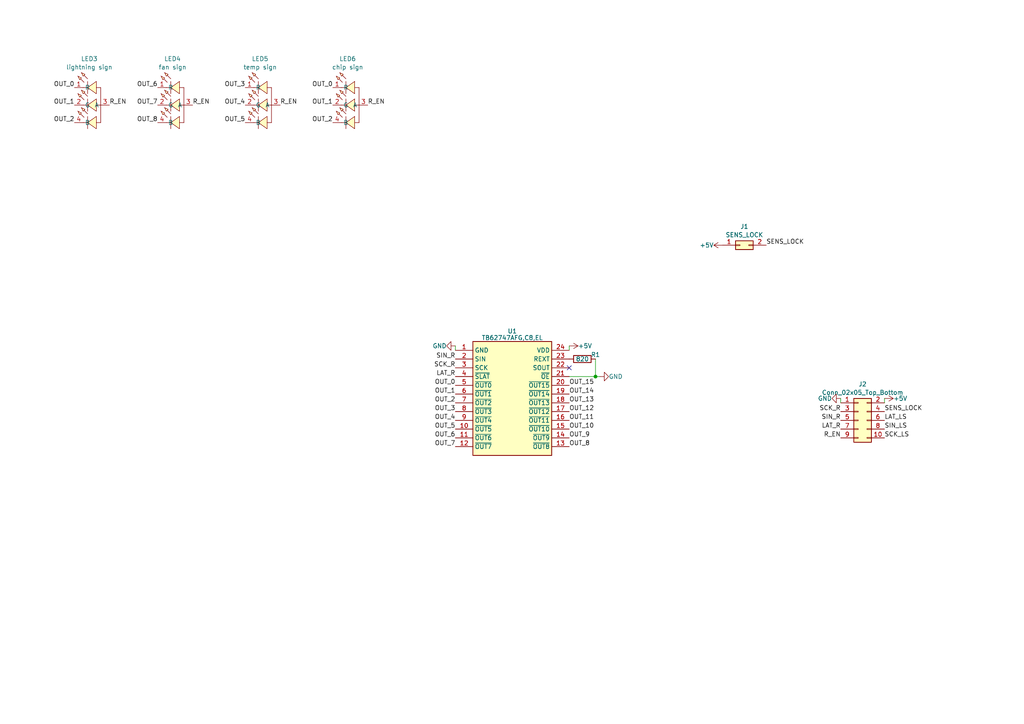
<source format=kicad_sch>
(kicad_sch (version 20230121) (generator eeschema)
  (paper "A4")
  (lib_symbols
    (symbol "C965848:XL-2012RGBC"
      (property "Reference" "LED" (at 0 10.16 0))
      (property "Value" "XL-2012RGBC" (at 0 -10.16 0))
      (symbol "XL-2012RGBC_0_1"
        (polyline (pts (xy -1.27 -5.08) (xy -2.54 -5.08)))
        (polyline (pts (xy -1.27 -3.3) (xy -1.27 -6.86)))
        (polyline (pts (xy -1.27 0) (xy -2.54 0)))
        (polyline (pts (xy -1.27 1.78) (xy -1.27 -1.78)))
        (polyline (pts (xy -1.27 5.08) (xy -2.54 5.08)))
        (polyline (pts (xy -1.27 6.86) (xy -1.27 3.3)))
        (polyline (pts (xy 2.54 -5.08) (xy 1.27 -5.08)))
        (polyline (pts (xy 2.54 0) (xy 1.27 0)))
        (polyline (pts (xy 2.54 5.08) (xy 1.27 5.08)))
        (polyline (pts (xy 2.54 5.08) (xy 2.54 -5.08)))
        (polyline (pts (xy -2.29 -3.56) (xy -3.3 -2.54) (xy -2.29 -3.56)) (fill (type background)))
        (polyline (pts (xy -2.29 1.52) (xy -3.3 2.54) (xy -2.29 1.52)) (fill (type background)))
        (polyline (pts (xy -2.29 6.6) (xy -3.3 7.62) (xy -2.29 6.6)) (fill (type background)))
        (polyline (pts (xy -1.27 -2.54) (xy -2.29 -1.52) (xy -1.27 -2.54)) (fill (type background)))
        (polyline (pts (xy -1.27 2.54) (xy -2.29 3.56) (xy -1.27 2.54)) (fill (type background)))
        (polyline (pts (xy -1.27 7.62) (xy -2.29 8.64) (xy -1.27 7.62)) (fill (type background)))
        (polyline (pts (xy -4.06 -1.78) (xy -3.05 -2.29) (xy -3.56 -2.79) (xy -4.06 -1.78)) (fill (type background)))
        (polyline (pts (xy -4.06 3.3) (xy -3.05 2.79) (xy -3.56 2.29) (xy -4.06 3.3)) (fill (type background)))
        (polyline (pts (xy -4.06 8.38) (xy -3.05 7.87) (xy -3.56 7.37) (xy -4.06 8.38)) (fill (type background)))
        (polyline (pts (xy -3.05 -0.76) (xy -2.03 -1.27) (xy -2.54 -1.78) (xy -3.05 -0.76)) (fill (type background)))
        (polyline (pts (xy -3.05 4.32) (xy -2.03 3.81) (xy -2.54 3.3) (xy -3.05 4.32)) (fill (type background)))
        (polyline (pts (xy -3.05 9.4) (xy -2.03 8.89) (xy -2.54 8.38) (xy -3.05 9.4)) (fill (type background)))
        (polyline (pts (xy 1.27 -3.3) (xy -1.27 -5.08) (xy 1.27 -6.86) (xy 1.27 -3.3)) (fill (type background)))
        (polyline (pts (xy 1.27 1.78) (xy -1.27 0) (xy 1.27 -1.78) (xy 1.27 1.78)) (fill (type background)))
        (polyline (pts (xy 1.27 6.86) (xy -1.27 5.08) (xy 1.27 3.3) (xy 1.27 6.86)) (fill (type background)))
      )
      (symbol "XL-2012RGBC_1_1"
        (pin power_out line (at -5.08 5.08 0) (length 2.54) (name "R") (number "1"))
        (pin power_out line (at -5.08 0 0) (length 2.54) (name "G") (number "2"))
        (pin power_in line (at 5.08 0 180) (length 2.54) (name "A") (number "3"))
        (pin power_out line (at -5.08 -5.08 0) (length 2.54) (name "B") (number "4"))
      )
    )
    (symbol "Connector_Generic:Conn_02x01" (pin_names (offset 1.016) hide)
      (property "Reference" "J" (at 1.27 2.54 0))
      (property "Value" "Conn_02x01" (at 1.27 -2.54 0))
      (symbol "Conn_02x01_1_1"
        (rectangle (start -1.27 0.127) (end 0 -0.127) (stroke (width 0.1524)))
        (rectangle (start -1.27 1.27) (end 3.81 -1.27) (stroke (width 0.254)) (fill (type background)))
        (rectangle (start 3.81 0.127) (end 2.54 -0.127) (stroke (width 0.1524)))
        (pin passive line (at -5.08 0 0) (length 3.81) (name "Pin_1") (number "1"))
        (pin passive line (at 7.62 0 180) (length 3.81) (name "Pin_2") (number "2"))
      )
    )
    (symbol "Connector_Generic:Conn_02x05_Odd_Even" (pin_names (offset 1.016) hide)
      (property "Reference" "J" (at 1.27 7.62 0))
      (property "Value" "Conn_02x05_Odd_Even" (at 1.27 -7.62 0))
      (symbol "Conn_02x05_Odd_Even_1_1"
        (rectangle (start -1.27 -4.953) (end 0 -5.207) (stroke (width 0.1524)))
        (rectangle (start -1.27 -2.413) (end 0 -2.667) (stroke (width 0.1524)))
        (rectangle (start -1.27 0.127) (end 0 -0.127) (stroke (width 0.1524)))
        (rectangle (start -1.27 2.667) (end 0 2.413) (stroke (width 0.1524)))
        (rectangle (start -1.27 5.207) (end 0 4.953) (stroke (width 0.1524)))
        (rectangle (start -1.27 6.35) (end 3.81 -6.35) (stroke (width 0.254)) (fill (type background)))
        (rectangle (start 3.81 -4.953) (end 2.54 -5.207) (stroke (width 0.1524)))
        (rectangle (start 3.81 -2.413) (end 2.54 -2.667) (stroke (width 0.1524)))
        (rectangle (start 3.81 0.127) (end 2.54 -0.127) (stroke (width 0.1524)))
        (rectangle (start 3.81 2.667) (end 2.54 2.413) (stroke (width 0.1524)))
        (rectangle (start 3.81 5.207) (end 2.54 4.953) (stroke (width 0.1524)))
        (pin passive line (at -5.08 5.08 0) (length 3.81) (name "Pin_1") (number "1"))
        (pin passive line (at 7.62 -5.08 180) (length 3.81) (name "Pin_10") (number "10"))
        (pin passive line (at 7.62 5.08 180) (length 3.81) (name "Pin_2") (number "2"))
        (pin passive line (at -5.08 2.54 0) (length 3.81) (name "Pin_3") (number "3"))
        (pin passive line (at 7.62 2.54 180) (length 3.81) (name "Pin_4") (number "4"))
        (pin passive line (at -5.08 0 0) (length 3.81) (name "Pin_5") (number "5"))
        (pin passive line (at 7.62 0 180) (length 3.81) (name "Pin_6") (number "6"))
        (pin passive line (at -5.08 -2.54 0) (length 3.81) (name "Pin_7") (number "7"))
        (pin passive line (at 7.62 -2.54 180) (length 3.81) (name "Pin_8") (number "8"))
        (pin passive line (at -5.08 -5.08 0) (length 3.81) (name "Pin_9") (number "9"))
      )
    )
    (symbol "Device:R" (pin_numbers hide) (pin_names (offset 0))
      (property "Reference" "R" (at 2.032 0 90))
      (property "Value" "R" (at 0 0 90))
      (symbol "R_0_1"
        (rectangle (start -1.016 -2.54) (end 1.016 2.54) (stroke (width 0.254)))
      )
      (symbol "R_1_1"
        (pin passive line (at 0 3.81 270) (length 1.27) (name "~") (number "1"))
        (pin passive line (at 0 -3.81 90) (length 1.27) (name "~") (number "2"))
      )
    )
    (symbol "TB62747AFG_C8_EL:TB62747AFG,C8,EL"
      (property "Reference" "IC" (at 29.21 7.62 0))
      (property "Value" "TB62747AFG,C8,EL" (at 29.21 5.08 0))
      (symbol "TB62747AFG,C8,EL_1_1"
        (rectangle (start 5.08 2.54) (end 27.94 -30.48) (stroke (width 0.254)) (fill (type background)))
        (pin passive line (at 0 0 0) (length 5.08) (name "GND") (number "1"))
        (pin passive line (at 0 -22.86 0) (length 5.08) (name "~{OUT5}") (number "10"))
        (pin passive line (at 0 -25.4 0) (length 5.08) (name "~{OUT6}") (number "11"))
        (pin passive line (at 0 -27.94 0) (length 5.08) (name "~{OUT7}") (number "12"))
        (pin passive line (at 33.02 -27.94 180) (length 5.08) (name "~{OUT8}") (number "13"))
        (pin passive line (at 33.02 -25.4 180) (length 5.08) (name "~{OUT9}") (number "14"))
        (pin passive line (at 33.02 -22.86 180) (length 5.08) (name "~{OUT10}") (number "15"))
        (pin passive line (at 33.02 -20.32 180) (length 5.08) (name "~{OUT11}") (number "16"))
        (pin passive line (at 33.02 -17.78 180) (length 5.08) (name "~{OUT12}") (number "17"))
        (pin passive line (at 33.02 -15.24 180) (length 5.08) (name "~{OUT13}") (number "18"))
        (pin passive line (at 33.02 -12.7 180) (length 5.08) (name "~{OUT14}") (number "19"))
        (pin passive line (at 0 -2.54 0) (length 5.08) (name "SIN") (number "2"))
        (pin passive line (at 33.02 -10.16 180) (length 5.08) (name "~{OUT15}") (number "20"))
        (pin passive line (at 33.02 -7.62 180) (length 5.08) (name "~{OE}") (number "21"))
        (pin passive line (at 33.02 -5.08 180) (length 5.08) (name "SOUT") (number "22"))
        (pin passive line (at 33.02 -2.54 180) (length 5.08) (name "REXT") (number "23"))
        (pin passive line (at 33.02 0 180) (length 5.08) (name "VDD") (number "24"))
        (pin passive line (at 0 -5.08 0) (length 5.08) (name "SCK") (number "3"))
        (pin passive line (at 0 -7.62 0) (length 5.08) (name "~{SLAT}") (number "4"))
        (pin passive line (at 0 -10.16 0) (length 5.08) (name "~{OUT0}") (number "5"))
        (pin passive line (at 0 -12.7 0) (length 5.08) (name "~{OUT1}") (number "6"))
        (pin passive line (at 0 -15.24 0) (length 5.08) (name "~{OUT2}") (number "7"))
        (pin passive line (at 0 -17.78 0) (length 5.08) (name "~{OUT3}") (number "8"))
        (pin passive line (at 0 -20.32 0) (length 5.08) (name "~{OUT4}") (number "9"))
      )
    )
    (symbol "power:+5V" (power) (pin_names (offset 0))
      (property "Value" "+5V" (at 0 3.556 0))
      (symbol "+5V_0_1"
        (polyline (pts (xy -0.762 1.27) (xy 0 2.54)))
        (polyline (pts (xy 0 0) (xy 0 2.54)))
        (polyline (pts (xy 0 2.54) (xy 0.762 1.27)))
      )
      (symbol "+5V_1_1"
        (pin power_in line (at 0 0 90) (length 0) hide (name "+5V") (number "1"))
      )
    )
    (symbol "power:GND" (power) (pin_names (offset 0))
      (property "Value" "GND" (at 0 -3.81 0))
      (symbol "GND_0_1"
        (polyline (pts (xy 0 0) (xy 0 -1.27) (xy 1.27 -1.27) (xy 0 -2.54) (xy -1.27 -1.27) (xy 0 -1.27)))
      )
      (symbol "GND_1_1"
        (pin power_in line (at 0 0 270) (length 0) hide (name "GND") (number "1"))
      )
    )
  )
  (junction (at 172.72 109.22))
  (no_connect (at 165.1 106.68))
  (wire (pts (xy 132.08 100.33) (xy 132.08 101.6)))
  (wire (pts (xy 172.72 109.22) (xy 165.1 109.22)))
  (wire (pts (xy 256.54 115.57) (xy 256.54 116.84)))
  (wire (pts (xy 172.72 104.14) (xy 172.72 109.22)))
  (wire (pts (xy 243.84 115.57) (xy 243.84 116.84)))
  (wire (pts (xy 165.1 100.33) (xy 165.1 101.6)))
  (wire (pts (xy 173.99 109.22) (xy 172.72 109.22)))
  (label "SIN_R" (at 132.08 104.14 180))
  (label "OUT_2" (at 96.52 35.56 180))
  (label "OUT_1" (at 96.52 30.48 180))
  (label "OUT_3" (at 71.12 25.4 180))
  (label "LAT_R" (at 243.84 124.46 180))
  (label "OUT_1" (at 132.08 114.3 180))
  (label "LAT_R" (at 132.08 109.22 180))
  (label "OUT_13" (at 165.1 116.84 0))
  (label "OUT_2" (at 21.59 35.56 180))
  (label "R_EN" (at 81.28 30.48 0))
  (label "OUT_4" (at 71.12 30.48 180))
  (label "OUT_9" (at 165.1 127 0))
  (label "OUT_14" (at 165.1 114.3 0))
  (label "SIN_LS" (at 256.54 124.46 0))
  (label "SCK_R" (at 243.84 119.38 180))
  (label "OUT_7" (at 132.08 129.54 180))
  (label "R_EN" (at 31.75 30.48 0))
  (label "OUT_0" (at 21.59 25.4 180))
  (label "OUT_1" (at 21.59 30.48 180))
  (label "SCK_R" (at 132.08 106.68 180))
  (label "OUT_6" (at 132.08 127 180))
  (label "OUT_3" (at 132.08 119.38 180))
  (label "OUT_4" (at 132.08 121.92 180))
  (label "OUT_8" (at 45.72 35.56 180))
  (label "OUT_12" (at 165.1 119.38 0))
  (label "SENS_LOCK" (at 222.25 71.12 0))
  (label "OUT_0" (at 96.52 25.4 180))
  (label "R_EN" (at 55.88 30.48 0))
  (label "OUT_10" (at 165.1 124.46 0))
  (label "OUT_5" (at 71.12 35.56 180))
  (label "OUT_5" (at 132.08 124.46 180))
  (label "OUT_0" (at 132.08 111.76 180))
  (label "R_EN" (at 106.68 30.48 0))
  (label "OUT_8" (at 165.1 129.54 0))
  (label "OUT_2" (at 132.08 116.84 180))
  (label "SCK_LS" (at 256.54 127 0))
  (label "OUT_6" (at 45.72 25.4 180))
  (label "LAT_LS" (at 256.54 121.92 0))
  (label "R_EN" (at 243.84 127 180))
  (label "OUT_15" (at 165.1 111.76 0))
  (label "OUT_7" (at 45.72 30.48 180))
  (label "OUT_11" (at 165.1 121.92 0))
  (label "SIN_R" (at 243.84 121.92 180))
  (label "SENS_LOCK" (at 256.54 119.38 0))
  (symbol (lib_id "power:GND") (at 173.99 109.22 90) (unit 1)
    (property "Reference" "#PWR06" (effects hide))
    (property "Value" "GND" (at 176.53 109.22 90) (effects (justify right)))
  )
  (symbol (lib_id "power:GND") (at 243.84 115.57 270) (unit 1)
    (property "Reference" "#PWR02" (effects hide))
    (property "Value" "GND" (at 241.3 115.57 90) (effects (justify right)))
  )
  (symbol (lib_id "TB62747AFG_C8_EL:TB62747AFG,C8,EL") (at 132.08 101.6 0) (unit 1)
    (property "Reference" "U1" (at 148.59 96.0501 0))
    (property "Value" "TB62747AFG,C8,EL" (at 148.59 97.9711 0))
    (property "Footprint" "TB62747AFG:SOP100P800X190-24N" (effects hide))
    (property "Datasheet" "https://www.arrow.com/en/products/tb62747afg-oc8el/toshiba" (effects hide))
    (property "Height" "1.9" (effects hide))
    (property "Mouser Part Number" "757-TB62747AFG,C8,EL" (effects hide))
    (property "Mouser Price/Stock" "https://www.mouser.co.uk/ProductDetail/Toshiba/TB62747AFGC8EL?qs=W%2FMpXkg%252BdQ5HSt5SF9PDuQ%3D%3D" (effects hide))
    (property "Manufacturer_Name" "Toshiba" (effects hide))
    (property "Manufacturer_Part_Number" "TB62747AFG,C8,EL" (effects hide))
  )
  (symbol (lib_id "power:+5V") (at 165.1 100.33 270) (unit 1)
    (property "Reference" "#PWR03" (effects hide))
    (property "Value" "+5V" (at 167.64 100.33 90) (effects (justify left)))
  )
  (symbol (lib_id "Connector_Generic:Conn_02x05_Odd_Even") (at 248.92 121.92 0) (unit 1)
    (property "Reference" "J2" (at 250.19 111.4257 0))
    (property "Value" "Conn_02x05_Top_Bottom" (at 250.19 113.8499 0))
    (property "Footprint" "Connector_PinHeader_2.00mm:PinHeader_2x05_P2.00mm_Vertical_SMD" (effects hide))
  )
  (symbol (lib_id "C965848:XL-2012RGBC") (at 26.67 30.48 0) (unit 1)
    (property "Reference" "LED3" (at 25.91 17.0627 0))
    (property "Value" "lightning sign" (at 25.91 19.4869 0))
    (property "Footprint" "footprints:LED RGB XINGLIGHT XL-2012RGBC 0805" (effects hide))
    (property "Manufacturer" "XINGLIGHT(成兴光)" (effects hide))
    (property "LCSC Part" "C965848" (effects hide))
    (property "JLC Part" "Extended Part" (effects hide))
  )
  (symbol (lib_id "Connector_Generic:Conn_02x01") (at 214.63 71.12 0) (unit 1)
    (property "Reference" "J1" (at 215.9 65.7057 0))
    (property "Value" "SENS_LOCK" (at 215.9 68.1299 0))
    (property "Footprint" "connector_1.50mm:PinHeader_1x02_P1.50mm_Vertical" (effects hide))
  )
  (symbol (lib_id "power:+5V") (at 256.54 115.57 270) (unit 1)
    (property "Reference" "#PWR08" (effects hide))
    (property "Value" "+5V" (at 259.08 115.57 90) (effects (justify left)))
  )
  (symbol (lib_id "C965848:XL-2012RGBC") (at 50.8 30.48 0) (unit 1)
    (property "Reference" "LED4" (at 50.04 17.0627 0))
    (property "Value" "fan sign" (at 50.04 19.4869 0))
    (property "Footprint" "footprints:LED RGB XINGLIGHT XL-2012RGBC 0805" (effects hide))
    (property "Manufacturer" "XINGLIGHT(成兴光)" (effects hide))
    (property "LCSC Part" "C965848" (effects hide))
    (property "JLC Part" "Extended Part" (effects hide))
  )
  (symbol (lib_id "C965848:XL-2012RGBC") (at 101.6 30.48 0) (unit 1)
    (property "Reference" "LED6" (at 100.84 17.0627 0))
    (property "Value" "chip sign" (at 100.84 19.4869 0))
    (property "Footprint" "footprints:LED RGB XINGLIGHT XL-2012RGBC 0805" (effects hide))
    (property "Manufacturer" "XINGLIGHT(成兴光)" (effects hide))
    (property "LCSC Part" "C965848" (effects hide))
    (property "JLC Part" "Extended Part" (effects hide))
  )
  (symbol (lib_id "power:GND") (at 132.08 100.33 270) (unit 1)
    (property "Reference" "#PWR01" (effects hide))
    (property "Value" "GND" (at 129.54 100.33 90) (effects (justify right)))
  )
  (symbol (lib_id "C965848:XL-2012RGBC") (at 76.2 30.48 0) (unit 1)
    (property "Reference" "LED5" (at 75.44 17.0627 0))
    (property "Value" "temp sign" (at 75.44 19.4869 0))
    (property "Footprint" "footprints:LED RGB XINGLIGHT XL-2012RGBC 0805" (effects hide))
    (property "Manufacturer" "XINGLIGHT(成兴光)" (effects hide))
    (property "LCSC Part" "C965848" (effects hide))
    (property "JLC Part" "Extended Part" (effects hide))
  )
  (symbol (lib_id "power:+5V") (at 209.55 71.12 90) (unit 1)
    (property "Reference" "#PWR04" (effects hide))
    (property "Value" "+5V" (at 207.01 71.12 90) (effects (justify left)))
  )
  (symbol (lib_id "Device:R") (at 168.91 104.14 270) (unit 1)
    (property "Reference" "R1" (at 172.72 102.87 90))
    (property "Value" "820" (at 168.91 104.14 90))
    (property "Footprint" "Resistor_SMD:R_0603_1608Metric" (effects hide))
  )
)
</source>
